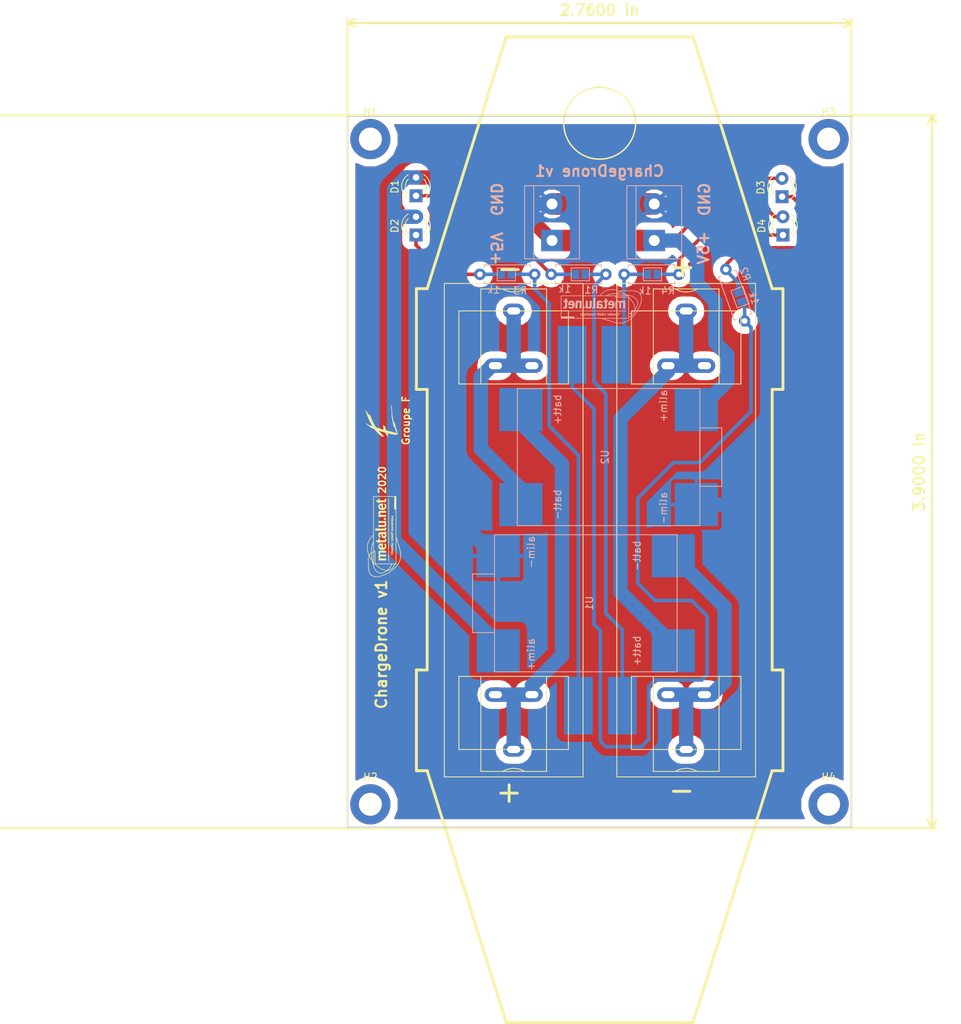
<source format=kicad_pcb>
(kicad_pcb (version 20171130) (host pcbnew 5.0.2-bee76a0~70~ubuntu16.04.1)
  (layers (0 F.Cu signal) (31 B.Cu signal) (34 B.Paste user) (35 F.Paste user) (36 B.SilkS user) (37 F.SilkS user) (38 B.Mask user) (39 F.Mask user) (44 Edge.Cuts user))
  (net 0 "")
  (net 1 +5V)
  (net 2 "Net-(D1-Pad1)")
  (net 3 "Net-(D2-Pad1)")
  (net 4 "Net-(D3-Pad1)")
  (net 5 "Net-(D4-Pad1)")
  (net 6 GND)
  (net 7 "Net-(J2-Pad1)")
  (net 8 "Net-(J2-Pad2)")
  (net 9 "Net-(J2-Pad3)")
  (net 10 "Net-(J2-Pad4)")
  (net 11 "Net-(JP1-Pad1)")
  (net 12 "Net-(JP2-Pad1)")
  (net 13 "Net-(JP3-Pad1)")
  (net 14 "Net-(JP4-Pad1)")
  (module ChargeDrone:PackBatt (layer F.Cu) (at 53.975 102.616 180)
    (fp_text reference J2 hide)
    (fp_text value Pack2Batts)
    (fp_text user + (at -11.557 37.084 180) (layer F.SilkS) (effects (font (size 3 3) (thickness 0.4))))
    (fp_text user + (at 12.573 -35.941 180) (layer F.SilkS) (effects (font (size 3 3) (thickness 0.4))))
    (fp_text user - (at -11.43 -35.687 180) (layer F.SilkS) (effects (font (size 3 3) (thickness 0.4))))
    (fp_text user - (at 12.446 36.83 180) (layer F.SilkS) (effects (font (size 3 3) (thickness 0.4))))
    (pad 1 thru_hole oval (at -14.605 23.241) (size 3 2) (drill oval 1.83 1) (layers *.Cu *.Mask) (net 7 "Net-(J2-Pad1)"))
    (pad 2 thru_hole oval (at -14.605 -22.479 180) (size 3 2) (drill oval 1.83 1) (layers *.Cu *.Mask) (net 8 "Net-(J2-Pad2)"))
    (pad 1 thru_hole oval (at -12.065 30.861) (size 3 2) (drill oval 1.83 1) (layers *.Cu *.Mask) (net 7 "Net-(J2-Pad1)"))
    (pad 1 thru_hole oval (at -9.525 23.241) (size 3 2) (drill oval 1.83 1) (layers *.Cu *.Mask) (net 7 "Net-(J2-Pad1)"))
    (pad 2 thru_hole oval (at -12.065 -30.099 180) (size 3 2) (drill oval 1.83 1) (layers *.Cu *.Mask) (net 8 "Net-(J2-Pad2)"))
    (pad 2 thru_hole oval (at -9.525 -22.479 180) (size 3 2) (drill oval 1.83 1) (layers *.Cu *.Mask) (net 8 "Net-(J2-Pad2)"))
    (pad 4 thru_hole oval (at 9.398 23.241) (size 3 2) (drill oval 1.83 1) (layers *.Cu *.Mask) (net 10 "Net-(J2-Pad4)"))
    (pad 3 thru_hole oval (at 9.398 -22.479 180) (size 3 2) (drill oval 1.83 1) (layers *.Cu *.Mask) (net 9 "Net-(J2-Pad3)"))
    (pad 4 thru_hole oval (at 11.938 30.861) (size 3 2) (drill oval 1.83 1) (layers *.Cu *.Mask) (net 10 "Net-(J2-Pad4)"))
    (pad 4 thru_hole oval (at 14.478 23.241) (size 3 2) (drill oval 1.83 1) (layers *.Cu *.Mask) (net 10 "Net-(J2-Pad4)"))
    (pad 3 thru_hole oval (at 11.938 -30.099 180) (size 3 2) (drill oval 1.83 1) (layers *.Cu *.Mask) (net 9 "Net-(J2-Pad3)"))
    (pad 3 thru_hole oval (at 14.478 -22.479 180) (size 3 2) (drill oval 1.83 1) (layers *.Cu *.Mask) (net 9 "Net-(J2-Pad3)"))
  )
  (module metalunet:metalunet (layer B.Cu) (at 54.229 71.12 180)
    (fp_text reference G*** hide)
    (fp_text value LOGO hide)
  )
  (module ChargeDrone:TP4056 (layer B.Cu) (at 52.07 112.395 270)
    (fp_text reference U1 (at 0 -0.5 270) (layer B.SilkS) (effects (justify mirror)))
    (fp_text value TP4056)
    (fp_text user batt+ (at 6.604 -7.112 270) (layer B.SilkS) (effects (justify mirror)))
    (fp_text user batt- (at -6.604 -7.112 270) (layer B.SilkS) (effects (justify mirror)))
    (fp_text user alim- (at -7.112 7.62 270) (layer B.SilkS) (effects (justify mirror)))
    (fp_text user alim+ (at 7.112 7.62 270) (layer B.SilkS) (effects (justify mirror)))
    (pad 6 smd rect (at 14.224 1.016 90) (size 8 4) (layers B.Cu B.Paste B.Mask) (net 13 "Net-(JP3-Pad1)"))
    (pad 5 smd rect (at 14.224 -5.08 90) (size 8 4) (layers B.Cu B.Paste B.Mask) (net 11 "Net-(JP1-Pad1)"))
    (pad 1 smd rect (at 6.604 12.192 90) (size 6 6) (layers B.Cu B.Paste B.Mask) (net 1 +5V))
    (pad 2 smd rect (at -6.604 12.192 90) (size 6 6) (layers B.Cu B.Paste B.Mask) (net 6 GND))
    (pad 4 smd rect (at 6.604 -12.192 90) (size 6 6) (layers B.Cu B.Paste B.Mask) (net 7 "Net-(J2-Pad1)"))
    (pad 3 smd rect (at -6.604 -12.192 90) (size 6 6) (layers B.Cu B.Paste B.Mask) (net 8 "Net-(J2-Pad2)"))
  )
  (module ChargeDrone:TP4056 (layer B.Cu) (at 55.245 92.075 90)
    (fp_text reference U2 (at 0 -0.5 90) (layer B.SilkS) (effects (justify mirror)))
    (fp_text value TP4056)
    (fp_text user batt+ (at 6.604 -7.112 90) (layer B.SilkS) (effects (justify mirror)))
    (fp_text user batt- (at -6.604 -7.112 90) (layer B.SilkS) (effects (justify mirror)))
    (fp_text user alim- (at -7.112 7.62 90) (layer B.SilkS) (effects (justify mirror)))
    (fp_text user alim+ (at 7.112 7.62 90) (layer B.SilkS) (effects (justify mirror)))
    (pad 6 smd rect (at 14.224 1.016 270) (size 8 4) (layers B.Cu B.Paste B.Mask) (net 14 "Net-(JP4-Pad1)"))
    (pad 5 smd rect (at 14.224 -5.08 270) (size 8 4) (layers B.Cu B.Paste B.Mask) (net 12 "Net-(JP2-Pad1)"))
    (pad 1 smd rect (at 6.604 12.192 270) (size 6 6) (layers B.Cu B.Paste B.Mask) (net 1 +5V))
    (pad 2 smd rect (at -6.604 12.192 270) (size 6 6) (layers B.Cu B.Paste B.Mask) (net 6 GND))
    (pad 4 smd rect (at 6.604 -12.192 270) (size 6 6) (layers B.Cu B.Paste B.Mask) (net 9 "Net-(J2-Pad3)"))
    (pad 3 smd rect (at -6.604 -12.192 270) (size 6 6) (layers B.Cu B.Paste B.Mask) (net 10 "Net-(J2-Pad4)"))
  )
  (module Terminal_Blocks:TerminalBlock_bornier-2_P5.08mm (layer B.Cu) (at 47.371 61.976 90)
    (fp_text reference J1 hide)
    (fp_text value Alim)
    (pad 2 thru_hole circle (at 5.08 0 90) (size 3 3) (drill 1.52) (layers *.Cu *.Mask) (net 6 GND))
    (pad 1 thru_hole rect (at 0 0 90) (size 3 3) (drill 1.52) (layers *.Cu *.Mask) (net 1 +5V))
  )
  (module Resistors_ThroughHole:R_Axial_DIN0207_L6.3mm_D2.5mm_P7.62mm_Horizontal (layer B.Cu) (at 54.864 66.675 180)
    (fp_text reference R1 (at 2.032 -2.159 180) (layer B.SilkS) (effects (justify mirror)))
    (fp_text value 1k (at 5.715 -2.032 180) (layer B.SilkS) (effects (justify mirror)))
    (pad 2 thru_hole oval (at 7.62 0 180) (size 1.6 1.6) (drill 0.8) (layers *.Cu *.Mask) (net 2 "Net-(D1-Pad1)"))
    (pad 1 thru_hole circle (at 0 0 180) (size 1.6 1.6) (drill 0.8) (layers *.Cu *.Mask) (net 11 "Net-(JP1-Pad1)"))
  )
  (module Resistors_ThroughHole:R_Axial_DIN0207_L6.3mm_D2.5mm_P7.62mm_Horizontal (layer B.Cu) (at 74.168 73.152 110)
    (fp_text reference R2 (at 6.096 2.286 110) (layer B.SilkS) (effects (justify mirror)))
    (fp_text value 1k (at 2.54 2.286 110) (layer B.SilkS) (effects (justify mirror)))
    (pad 2 thru_hole oval (at 7.62 0.000001 110) (size 1.6 1.6) (drill 0.8) (layers *.Cu *.Mask) (net 4 "Net-(D3-Pad1)"))
    (pad 1 thru_hole circle (at 0 0 110) (size 1.6 1.6) (drill 0.8) (layers *.Cu *.Mask) (net 12 "Net-(JP2-Pad1)"))
  )
  (module Resistors_ThroughHole:R_Axial_DIN0207_L6.3mm_D2.5mm_P7.62mm_Horizontal (layer B.Cu) (at 44.958 66.675 180)
    (fp_text reference R3 (at 2.032 -2.286 180) (layer B.SilkS) (effects (justify mirror)))
    (fp_text value 1k (at 5.715 -2.159 180) (layer B.SilkS) (effects (justify mirror)))
    (pad 1 thru_hole circle (at 0 0 180) (size 1.6 1.6) (drill 0.8) (layers *.Cu *.Mask) (net 13 "Net-(JP3-Pad1)"))
    (pad 2 thru_hole oval (at 7.62 0 180) (size 1.6 1.6) (drill 0.8) (layers *.Cu *.Mask) (net 3 "Net-(D2-Pad1)"))
  )
  (module Resistors_ThroughHole:R_Axial_DIN0207_L6.3mm_D2.5mm_P7.62mm_Horizontal (layer B.Cu) (at 57.404 66.675)
    (fp_text reference R4 (at 6.096 2.286) (layer B.SilkS) (effects (justify mirror)))
    (fp_text value 1k (at 2.921 2.286) (layer B.SilkS) (effects (justify mirror)))
    (pad 1 thru_hole circle (at 0 0) (size 1.6 1.6) (drill 0.8) (layers *.Cu *.Mask) (net 14 "Net-(JP4-Pad1)"))
    (pad 2 thru_hole oval (at 7.62 0) (size 1.6 1.6) (drill 0.8) (layers *.Cu *.Mask) (net 5 "Net-(D4-Pad1)"))
  )
  (module Terminal_Blocks:TerminalBlock_bornier-2_P5.08mm (layer B.Cu) (at 61.595 61.976 90)
    (fp_text reference J4 hide)
    (fp_text value Alim)
    (pad 2 thru_hole circle (at 5.08 0 90) (size 3 3) (drill 1.52) (layers *.Cu *.Mask) (net 6 GND))
    (pad 1 thru_hole rect (at 0 0 90) (size 3 3) (drill 1.52) (layers *.Cu *.Mask) (net 1 +5V))
  )
  (module Mounting_Holes:MountingHole_3.2mm_M3_DIN965_Pad (layer F.Cu) (at 22.098 47.879)
    (fp_text reference H1 (at 0 -3.8) (layer F.SilkS))
    (fp_text value MountingHole)
    (pad 1 thru_hole circle (at 0 0) (size 5.6 5.6) (drill 3.2) (layers *.Cu *.Mask))
  )
  (module Mounting_Holes:MountingHole_3.2mm_M3_DIN965_Pad (layer F.Cu) (at 22.098 140.335)
    (fp_text reference H2 (at 0 -3.8) (layer F.SilkS))
    (fp_text value MountingHole)
    (pad 1 thru_hole circle (at 0 0) (size 5.6 5.6) (drill 3.2) (layers *.Cu *.Mask))
  )
  (module Mounting_Holes:MountingHole_3.2mm_M3_DIN965_Pad (layer F.Cu) (at 85.852 47.879)
    (fp_text reference H3 (at 0 -3.8) (layer F.SilkS))
    (fp_text value MountingHole)
    (pad 1 thru_hole circle (at 0 0) (size 5.6 5.6) (drill 3.2) (layers *.Cu *.Mask))
  )
  (module Mounting_Holes:MountingHole_3.2mm_M3_DIN965_Pad (layer F.Cu) (at 85.852 140.335)
    (fp_text reference H4 (at 0 -3.8) (layer F.SilkS))
    (fp_text value MountingHole)
    (pad 1 thru_hole circle (at 0 0) (size 5.6 5.6) (drill 3.2) (layers *.Cu *.Mask))
  )
  (module LEDs:LED_D3.0mm (layer F.Cu) (at 28.448 55.753 90)
    (fp_text reference D1 (at 1.27 -2.96 90) (layer F.SilkS))
    (fp_text value LEDG)
    (pad 2 thru_hole circle (at 2.54 0 90) (size 1.8 1.8) (drill 0.9) (layers *.Cu *.Mask) (net 1 +5V))
    (pad 1 thru_hole rect (at 0 0 90) (size 1.8 1.8) (drill 0.9) (layers *.Cu *.Mask) (net 2 "Net-(D1-Pad1)"))
  )
  (module LEDs:LED_D3.0mm (layer F.Cu) (at 28.448 61.214 90)
    (fp_text reference D2 (at 1.27 -2.96 90) (layer F.SilkS))
    (fp_text value LEDR)
    (pad 1 thru_hole rect (at 0 0 90) (size 1.8 1.8) (drill 0.9) (layers *.Cu *.Mask) (net 3 "Net-(D2-Pad1)"))
    (pad 2 thru_hole circle (at 2.54 0 90) (size 1.8 1.8) (drill 0.9) (layers *.Cu *.Mask) (net 1 +5V))
  )
  (module LEDs:LED_D3.0mm (layer F.Cu) (at 79.375 55.88 90)
    (fp_text reference D3 (at 1.27 -2.96 90) (layer F.SilkS))
    (fp_text value LEDG)
    (pad 2 thru_hole circle (at 2.54 0 90) (size 1.8 1.8) (drill 0.9) (layers *.Cu *.Mask) (net 1 +5V))
    (pad 1 thru_hole rect (at 0 0 90) (size 1.8 1.8) (drill 0.9) (layers *.Cu *.Mask) (net 4 "Net-(D3-Pad1)"))
  )
  (module LEDs:LED_D3.0mm (layer F.Cu) (at 79.502 61.214 90)
    (fp_text reference D4 (at 1.27 -2.96 90) (layer F.SilkS))
    (fp_text value LEDR)
    (pad 1 thru_hole rect (at 0 0 90) (size 1.8 1.8) (drill 0.9) (layers *.Cu *.Mask) (net 5 "Net-(D4-Pad1)"))
    (pad 2 thru_hole circle (at 2.54 0 90) (size 1.8 1.8) (drill 0.9) (layers *.Cu *.Mask) (net 1 +5V))
  )
  (module Connect:GS2 (layer B.Cu) (at 51.308 66.675 90)
    (fp_text reference JP1 hide)
    (fp_text value SolderJumper_2_Open hide)
    (pad 2 smd rect (at 0 -0.64 90) (size 1.27 0.97) (layers B.Cu B.Paste B.Mask) (net 2 "Net-(D1-Pad1)"))
    (pad 1 smd rect (at 0 0.64 90) (size 1.27 0.97) (layers B.Cu B.Paste B.Mask) (net 11 "Net-(JP1-Pad1)"))
  )
  (module Connect:GS2 (layer B.Cu) (at 73.533 69.85 20)
    (fp_text reference JP2 hide)
    (fp_text value SolderJumper_2_Open hide)
    (pad 1 smd rect (at 0 0.64 20) (size 1.27 0.97) (layers B.Cu B.Paste B.Mask) (net 12 "Net-(JP2-Pad1)"))
    (pad 2 smd rect (at 0 -0.64 20) (size 1.27 0.97) (layers B.Cu B.Paste B.Mask) (net 4 "Net-(D3-Pad1)"))
  )
  (module Connect:GS2 (layer B.Cu) (at 41.021 66.675 90)
    (fp_text reference JP3 hide)
    (fp_text value SolderJumper_2_Open hide)
    (pad 1 smd rect (at 0 0.64 90) (size 1.27 0.97) (layers B.Cu B.Paste B.Mask) (net 13 "Net-(JP3-Pad1)"))
    (pad 2 smd rect (at 0 -0.64 90) (size 1.27 0.97) (layers B.Cu B.Paste B.Mask) (net 3 "Net-(D2-Pad1)"))
  )
  (module Connect:GS2 (layer B.Cu) (at 61.341 66.675 270)
    (fp_text reference JP4 hide)
    (fp_text value SolderJumper_2_Open hide)
    (pad 2 smd rect (at 0 -0.64 270) (size 1.27 0.97) (layers B.Cu B.Paste B.Mask) (net 5 "Net-(D4-Pad1)"))
    (pad 1 smd rect (at 0 0.64 270) (size 1.27 0.97) (layers B.Cu B.Paste B.Mask) (net 14 "Net-(JP4-Pad1)"))
  )
  (module metalunet:metalunet (layer F.Cu) (at 24.003 103.124 90)
    (fp_text reference G*** hide)
    (fp_text value LOGO hide)
  )
  (module groupef:groupef600 (layer F.Cu) (at 23.749 86.614 90)
    (fp_text reference G*** hide)
    (fp_text value LOGO hide)
  )
  (gr_text +5V (at 68.453 62.992 90) (layer B.SilkS) (effects (font (size 1.5 1.5) (thickness 0.3)) (justify mirror)))
  (gr_text +5V (at 39.624 63.119 270) (layer B.SilkS) (effects (font (size 1.5 1.5) (thickness 0.3)) (justify mirror)))
  (gr_text GND (at 68.58 56.261 90) (layer B.SilkS) (effects (font (size 1.5 1.5) (thickness 0.3)) (justify mirror)))
  (gr_text GND (at 39.624 56.261 270) (layer B.SilkS) (effects (font (size 1.5 1.5) (thickness 0.3)) (justify mirror)))
  (gr_text "ChargeDrone v1" (at 53.975 52.324) (layer B.SilkS) (effects (font (size 1.5 1.5) (thickness 0.3)) (justify mirror)))
  (gr_text "Groupe F" (at 27.051 86.995 90) (layer F.SilkS) (effects (font (size 1 1) (thickness 0.2))))
  (gr_text 2020 (at 23.749 95.25 90) (layer F.SilkS) (effects (font (size 1 1) (thickness 0.2))))
  (gr_text "ChargeDrone v1" (at 23.622 118.11 90) (layer F.SilkS) (effects (font (size 1.5 1.5) (thickness 0.3))))
  (gr_line (start 18.923 143.51) (end 18.923 44.704) (layer Edge.Cuts) (width 0.2))
  (gr_line (start 89.027 143.51) (end 18.923 143.51) (layer Edge.Cuts) (width 0.2))
  (gr_line (start 89.027 44.704) (end 89.027 143.51) (layer Edge.Cuts) (width 0.2))
  (gr_line (start 18.923 44.704) (end 89.027 44.704) (layer Edge.Cuts) (width 0.2))
  (dimension 70.104 (width 0.3) (layer F.SilkS) (gr_text "70,104 mm" (at 53.975 29.65) (layer F.SilkS) (effects (font (size 1.5 1.5) (thickness 0.3)))) (feature1 (pts (xy 89.027 143.383) (xy 89.027 31.163579))) (feature2 (pts (xy 18.923 143.383) (xy 18.923 31.163579))) (crossbar (pts (xy 18.923 31.75) (xy 89.027 31.75))) (arrow1a (pts (xy 89.027 31.75) (xy 87.900496 32.336421))) (arrow1b (pts (xy 89.027 31.75) (xy 87.900496 31.163579))) (arrow2a (pts (xy 18.923 31.75) (xy 20.049504 32.336421))) (arrow2b (pts (xy 18.923 31.75) (xy 20.049504 31.163579))))
  (dimension 99.06 (width 0.3) (layer F.SilkS) (gr_text "99,060 mm" (at 102.358701 94.127398 270) (layer F.SilkS) (effects (font (size 1.5 1.5) (thickness 0.3)))) (feature1 (pts (xy -29.281299 143.657398) (xy 100.845122 143.657398))) (feature2 (pts (xy -29.281299 44.597398) (xy 100.845122 44.597398))) (crossbar (pts (xy 100.258701 44.597398) (xy 100.258701 143.657398))) (arrow1a (pts (xy 100.258701 143.657398) (xy 99.67228 142.530894))) (arrow1b (pts (xy 100.258701 143.657398) (xy 100.845122 142.530894))) (arrow2a (pts (xy 100.258701 44.597398) (xy 99.67228 45.723902))) (arrow2b (pts (xy 100.258701 44.597398) (xy 100.845122 45.723902))))
  (segment (start 64.262 61.976) (end 61.595 61.976) (width 0.5) (layer F.Cu) (net 1))
  (segment (start 72.898 53.34) (end 64.262 61.976) (width 0.5) (layer F.Cu) (net 1))
  (segment (start 79.375 53.34) (end 76.708 53.34) (width 0.5) (layer F.Cu) (net 1))
  (segment (start 76.708 53.34) (end 72.898 53.34) (width 0.5) (layer F.Cu) (net 1))
  (segment (start 79.502 58.674) (end 78.359 58.674) (width 0.5) (layer F.Cu) (net 1))
  (segment (start 76.708 57.023) (end 76.708 53.34) (width 0.5) (layer F.Cu) (net 1))
  (segment (start 78.359 58.674) (end 76.708 57.023) (width 0.5) (layer F.Cu) (net 1))
  (segment (start 38.608 53.213) (end 28.448 53.213) (width 2) (layer F.Cu) (net 1))
  (segment (start 47.371 61.976) (end 38.608 53.213) (width 2) (layer F.Cu) (net 1))
  (segment (start 27.175208 53.213) (end 28.448 53.213) (width 2) (layer B.Cu) (net 1))
  (segment (start 25.4 54.840998) (end 27.027998 53.213) (width 2) (layer B.Cu) (net 1))
  (segment (start 27.027998 53.213) (end 27.175208 53.213) (width 2) (layer B.Cu) (net 1))
  (segment (start 28.448 58.674) (end 25.4 58.674) (width 2) (layer B.Cu) (net 1))
  (segment (start 25.4 58.674) (end 25.4 54.840998) (width 2) (layer B.Cu) (net 1))
  (segment (start 25.4 103.632) (end 25.4 58.674) (width 2) (layer B.Cu) (net 1))
  (segment (start 39.878 118.999) (end 39.878 118.11) (width 2) (layer B.Cu) (net 1))
  (segment (start 39.878 118.11) (end 25.4 103.632) (width 2) (layer B.Cu) (net 1))
  (segment (start 47.371 61.976) (end 61.595 61.976) (width 3) (layer F.Cu) (net 1))
  (segment (start 69.342 83.947) (end 69.342 85.344) (width 2) (layer B.Cu) (net 1))
  (segment (start 71.755 77.851) (end 71.755 81.534) (width 2) (layer B.Cu) (net 1))
  (segment (start 70.104 76.2) (end 71.755 77.851) (width 2) (layer B.Cu) (net 1))
  (segment (start 69.215 85.471) (end 67.437 85.471) (width 2) (layer B.Cu) (net 1))
  (segment (start 65.095 61.976) (end 67.564 64.445) (width 2) (layer B.Cu) (net 1))
  (segment (start 70.104 70.485) (end 70.104 76.2) (width 2) (layer B.Cu) (net 1))
  (segment (start 69.342 85.344) (end 69.215 85.471) (width 2) (layer B.Cu) (net 1))
  (segment (start 67.564 64.445) (end 67.564 67.945) (width 2) (layer B.Cu) (net 1))
  (segment (start 71.755 81.534) (end 69.342 83.947) (width 2) (layer B.Cu) (net 1))
  (segment (start 61.595 61.976) (end 65.095 61.976) (width 2) (layer B.Cu) (net 1))
  (segment (start 67.564 67.945) (end 70.104 70.485) (width 2) (layer B.Cu) (net 1))
  (segment (start 47.244 66.675) (end 50.668 66.675) (width 0.5) (layer B.Cu) (net 2))
  (segment (start 36.322 55.753) (end 47.244 66.675) (width 0.5) (layer F.Cu) (net 2))
  (segment (start 28.448 55.753) (end 36.322 55.753) (width 0.5) (layer F.Cu) (net 2))
  (segment (start 37.338 66.675) (end 40.381 66.675) (width 0.5) (layer B.Cu) (net 3))
  (segment (start 28.448 62.614) (end 28.448 61.214) (width 0.5) (layer F.Cu) (net 3))
  (segment (start 32.509 66.675) (end 28.448 62.614) (width 0.5) (layer F.Cu) (net 3))
  (segment (start 37.338 66.675) (end 32.509 66.675) (width 0.5) (layer F.Cu) (net 3))
  (segment (start 71.561807 65.344193) (end 71.561807 65.991542) (width 0.5) (layer F.Cu) (net 4))
  (segment (start 73.914 62.992) (end 71.561807 65.344193) (width 0.5) (layer F.Cu) (net 4))
  (segment (start 80.775 55.88) (end 82.042 57.147) (width 0.5) (layer F.Cu) (net 4))
  (segment (start 81.534 62.992) (end 73.914 62.992) (width 0.5) (layer F.Cu) (net 4))
  (segment (start 79.375 55.88) (end 80.775 55.88) (width 0.5) (layer F.Cu) (net 4))
  (segment (start 82.042 57.147) (end 82.042 62.484) (width 0.5) (layer F.Cu) (net 4))
  (segment (start 82.042 62.484) (end 81.534 62.992) (width 0.5) (layer F.Cu) (net 4))
  (segment (start 73.279 67.818) (end 73.279 69.088) (width 0.5) (layer B.Cu) (net 4))
  (segment (start 71.561807 65.991542) (end 71.561807 66.100807) (width 0.5) (layer B.Cu) (net 4))
  (segment (start 71.561807 66.100807) (end 73.279 67.818) (width 0.5) (layer B.Cu) (net 4))
  (segment (start 65.024 66.675) (end 61.981 66.675) (width 0.5) (layer B.Cu) (net 5))
  (segment (start 65.024 64.643) (end 65.024 66.675) (width 0.5) (layer F.Cu) (net 5))
  (segment (start 79.502 61.214) (end 68.453 61.214) (width 0.5) (layer F.Cu) (net 5))
  (segment (start 68.453 61.214) (end 65.024 64.643) (width 0.5) (layer F.Cu) (net 5))
  (segment (start 39.37 105.791) (end 39.878 105.791) (width 2) (layer B.Cu) (net 6))
  (segment (start 33.79699 100.21799) (end 39.37 105.791) (width 2) (layer B.Cu) (net 6))
  (segment (start 33.79699 63.99301) (end 33.79699 100.21799) (width 2) (layer B.Cu) (net 6))
  (segment (start 47.371 56.896) (end 40.894 56.896) (width 2) (layer B.Cu) (net 6))
  (segment (start 40.894 56.896) (end 33.79699 63.99301) (width 2) (layer B.Cu) (net 6))
  (segment (start 61.595 56.896) (end 47.371 56.896) (width 3) (layer F.Cu) (net 6))
  (segment (start 79.629 69.469) (end 79.629 96.139) (width 2) (layer B.Cu) (net 6))
  (segment (start 84.709 64.389) (end 79.629 69.469) (width 2) (layer B.Cu) (net 6))
  (segment (start 79.629 96.139) (end 77.089 98.679) (width 2) (layer B.Cu) (net 6))
  (segment (start 67.691 56.896) (end 74.168 50.419) (width 2) (layer B.Cu) (net 6))
  (segment (start 61.595 56.896) (end 67.691 56.896) (width 2) (layer B.Cu) (net 6))
  (segment (start 74.168 50.419) (end 80.899 50.419) (width 2) (layer B.Cu) (net 6))
  (segment (start 77.089 98.679) (end 67.437 98.679) (width 2) (layer B.Cu) (net 6))
  (segment (start 80.899 50.419) (end 84.709 54.229) (width 2) (layer B.Cu) (net 6))
  (segment (start 84.709 54.229) (end 84.709 64.389) (width 2) (layer B.Cu) (net 6))
  (segment (start 68.58 79.375) (end 63.5 79.375) (width 2) (layer B.Cu) (net 7))
  (segment (start 66.04 79.375) (end 66.04 71.755) (width 2) (layer B.Cu) (net 7))
  (segment (start 63.5 79.375) (end 66.04 79.375) (width 2) (layer B.Cu) (net 7))
  (segment (start 63.5 80.137) (end 63.5 79.375) (width 2) (layer B.Cu) (net 7))
  (segment (start 56.896 110.871) (end 56.896 86.741) (width 2) (layer B.Cu) (net 7))
  (segment (start 56.896 86.741) (end 63.5 80.137) (width 2) (layer B.Cu) (net 7))
  (segment (start 64.262 118.999) (end 64.262 118.237) (width 2) (layer B.Cu) (net 7))
  (segment (start 64.262 118.237) (end 56.896 110.871) (width 2) (layer B.Cu) (net 7))
  (segment (start 63.5 125.095) (end 68.58 125.095) (width 2) (layer B.Cu) (net 8))
  (segment (start 65.913 125.095) (end 63.5 125.095) (width 2) (layer B.Cu) (net 8))
  (segment (start 66.04 132.715) (end 66.04 125.222) (width 2) (layer B.Cu) (net 8))
  (segment (start 66.04 125.222) (end 65.913 125.095) (width 2) (layer B.Cu) (net 8))
  (segment (start 71.374 123.317) (end 71.374 112.903) (width 2) (layer B.Cu) (net 8))
  (segment (start 71.374 112.903) (end 64.262 105.791) (width 2) (layer B.Cu) (net 8))
  (segment (start 68.58 125.095) (end 69.596 125.095) (width 2) (layer B.Cu) (net 8))
  (segment (start 69.596 125.095) (end 71.374 123.317) (width 2) (layer B.Cu) (net 8))
  (segment (start 44.577 125.095) (end 39.497 125.095) (width 2) (layer B.Cu) (net 9))
  (segment (start 42.037 132.715) (end 42.037 125.222) (width 2) (layer B.Cu) (net 9))
  (segment (start 42.164 125.095) (end 44.577 125.095) (width 2) (layer B.Cu) (net 9))
  (segment (start 42.037 125.222) (end 42.164 125.095) (width 2) (layer B.Cu) (net 9))
  (segment (start 48.768 119.634) (end 44.577 123.825) (width 2) (layer B.Cu) (net 9))
  (segment (start 48.768 93.091) (end 48.768 119.634) (width 2) (layer B.Cu) (net 9))
  (segment (start 44.577 123.825) (end 44.577 125.095) (width 2) (layer B.Cu) (net 9))
  (segment (start 43.053 85.471) (end 43.053 87.376) (width 2) (layer B.Cu) (net 9))
  (segment (start 43.053 87.376) (end 48.768 93.091) (width 2) (layer B.Cu) (net 9))
  (segment (start 39.497 79.375) (end 44.577 79.375) (width 2) (layer B.Cu) (net 10))
  (segment (start 42.164 79.375) (end 44.577 79.375) (width 2) (layer B.Cu) (net 10))
  (segment (start 42.037 71.755) (end 42.037 79.248) (width 2) (layer B.Cu) (net 10))
  (segment (start 42.037 79.248) (end 42.164 79.375) (width 2) (layer B.Cu) (net 10))
  (segment (start 38.997 79.375) (end 39.497 79.375) (width 2) (layer B.Cu) (net 10))
  (segment (start 37.465 80.907) (end 38.997 79.375) (width 2) (layer B.Cu) (net 10))
  (segment (start 37.465 90.932) (end 37.465 80.907) (width 2) (layer B.Cu) (net 10))
  (segment (start 43.053 98.679) (end 43.053 96.52) (width 2) (layer B.Cu) (net 10))
  (segment (start 43.053 96.52) (end 37.465 90.932) (width 2) (layer B.Cu) (net 10))
  (segment (start 54.864 66.675) (end 51.948 66.675) (width 0.5) (layer B.Cu) (net 11))
  (segment (start 54.064001 67.474999) (end 54.864 66.675) (width 0.5) (layer B.Cu) (net 11))
  (segment (start 53.213 68.326) (end 54.064001 67.474999) (width 0.5) (layer B.Cu) (net 11))
  (segment (start 57.15 116.078) (end 54.864 113.792) (width 0.5) (layer B.Cu) (net 11))
  (segment (start 54.864 113.792) (end 54.864 83.264002) (width 0.5) (layer B.Cu) (net 11))
  (segment (start 57.15 126.619) (end 57.15 116.078) (width 0.5) (layer B.Cu) (net 11))
  (segment (start 54.864 83.264002) (end 53.213 81.613002) (width 0.5) (layer B.Cu) (net 11))
  (segment (start 53.213 81.613002) (end 53.213 68.326) (width 0.5) (layer B.Cu) (net 11))
  (segment (start 74.168 70.866) (end 73.787 70.485) (width 0.5) (layer B.Cu) (net 12))
  (segment (start 61.722 123.063) (end 68.199 123.063) (width 0.5) (layer B.Cu) (net 12))
  (segment (start 60.833 131.318) (end 60.833 123.952) (width 0.5) (layer B.Cu) (net 12))
  (segment (start 66.802 112.014) (end 61.722 112.014) (width 0.5) (layer B.Cu) (net 12))
  (segment (start 59.817 132.334) (end 60.833 131.318) (width 0.5) (layer B.Cu) (net 12))
  (segment (start 53.213 85.399) (end 53.213 115.316) (width 0.5) (layer B.Cu) (net 12))
  (segment (start 54.102 131.572) (end 54.864 132.334) (width 0.5) (layer B.Cu) (net 12))
  (segment (start 50.165 82.351) (end 53.213 85.399) (width 0.5) (layer B.Cu) (net 12))
  (segment (start 50.165 77.851) (end 50.165 82.351) (width 0.5) (layer B.Cu) (net 12))
  (segment (start 68.961 122.301) (end 68.961 114.173) (width 0.5) (layer B.Cu) (net 12))
  (segment (start 53.213 115.316) (end 54.102 116.205) (width 0.5) (layer B.Cu) (net 12))
  (segment (start 54.102 116.205) (end 54.102 131.572) (width 0.5) (layer B.Cu) (net 12))
  (segment (start 61.722 112.014) (end 59.309 109.601) (width 0.5) (layer B.Cu) (net 12))
  (segment (start 75.057 74.041) (end 74.168 73.152) (width 0.5) (layer B.Cu) (net 12))
  (segment (start 59.309 109.601) (end 59.309 97.79) (width 0.5) (layer B.Cu) (net 12))
  (segment (start 59.309 97.79) (end 64.262 92.837) (width 0.5) (layer B.Cu) (net 12))
  (segment (start 64.262 92.837) (end 67.945 92.837) (width 0.5) (layer B.Cu) (net 12))
  (segment (start 60.833 123.952) (end 61.722 123.063) (width 0.5) (layer B.Cu) (net 12))
  (segment (start 67.945 92.837) (end 75.057 85.725) (width 0.5) (layer B.Cu) (net 12))
  (segment (start 68.199 123.063) (end 68.961 122.301) (width 0.5) (layer B.Cu) (net 12))
  (segment (start 68.961 114.173) (end 66.802 112.014) (width 0.5) (layer B.Cu) (net 12))
  (segment (start 75.057 85.725) (end 75.057 74.041) (width 0.5) (layer B.Cu) (net 12))
  (segment (start 54.864 132.334) (end 59.817 132.334) (width 0.5) (layer B.Cu) (net 12))
  (segment (start 74.168 73.152) (end 74.168 70.866) (width 0.5) (layer B.Cu) (net 12))
  (segment (start 44.958 67.564) (end 44.958 66.675) (width 0.5) (layer B.Cu) (net 13))
  (segment (start 51.054 91.821) (end 46.99 87.757) (width 0.5) (layer B.Cu) (net 13))
  (segment (start 51.054 126.619) (end 51.054 91.821) (width 0.5) (layer B.Cu) (net 13))
  (segment (start 46.99 87.757) (end 46.99 70.739) (width 0.5) (layer B.Cu) (net 13))
  (segment (start 46.99 70.739) (end 44.958 68.707) (width 0.5) (layer B.Cu) (net 13))
  (segment (start 44.958 68.707) (end 44.958 67.564) (width 0.5) (layer B.Cu) (net 13))
  (segment (start 41.661 66.675) (end 44.958 66.675) (width 0.5) (layer B.Cu) (net 13))
  (segment (start 57.404 76.708) (end 56.261 77.851) (width 0.5) (layer B.Cu) (net 14))
  (segment (start 57.404 66.675) (end 57.404 76.708) (width 0.5) (layer B.Cu) (net 14))
  (segment (start 57.404 66.675) (end 60.701 66.675) (width 0.5) (layer B.Cu) (net 14))
  (zone (net 6) (net_name GND) (layer F.Cu) (connect_pads (clearance 1)) (min_thickness 0.254) (fill yes (arc_segments 16) (thermal_gap 0.508) (thermal_bridge_width 0.508))
    (polygon (pts (xy 16.51 41.91) (xy 17.78 41.91) (xy 91.44 41.91) (xy 91.44 146.05) (xy 16.51 146.05) (xy 16.51 43.18)))
  )
  (zone (net 6) (net_name GND) (layer B.Cu) (connect_pads (clearance 1)) (min_thickness 0.254) (fill yes (arc_segments 16) (thermal_gap 0.508) (thermal_bridge_width 0.508))
    (polygon (pts (xy 16.51 41.91) (xy 91.44 41.91) (xy 91.44 146.05) (xy 16.51 146.05)))
  )
)
</source>
